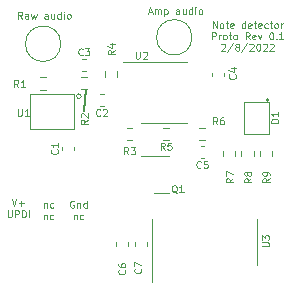
<source format=gbr>
%TF.GenerationSoftware,KiCad,Pcbnew,(6.0.1)*%
%TF.CreationDate,2022-02-08T09:51:35-07:00*%
%TF.ProjectId,NoteDetector,4e6f7465-4465-4746-9563-746f722e6b69,rev?*%
%TF.SameCoordinates,Original*%
%TF.FileFunction,Legend,Top*%
%TF.FilePolarity,Positive*%
%FSLAX46Y46*%
G04 Gerber Fmt 4.6, Leading zero omitted, Abs format (unit mm)*
G04 Created by KiCad (PCBNEW (6.0.1)) date 2022-02-08 09:51:35*
%MOMM*%
%LPD*%
G01*
G04 APERTURE LIST*
%ADD10C,0.100000*%
%ADD11C,0.150000*%
%ADD12C,0.120000*%
G04 APERTURE END LIST*
D10*
X18257142Y-2605428D02*
X18257142Y-2005428D01*
X18600000Y-2605428D01*
X18600000Y-2005428D01*
X18971428Y-2605428D02*
X18914285Y-2576857D01*
X18885714Y-2548285D01*
X18857142Y-2491142D01*
X18857142Y-2319714D01*
X18885714Y-2262571D01*
X18914285Y-2234000D01*
X18971428Y-2205428D01*
X19057142Y-2205428D01*
X19114285Y-2234000D01*
X19142857Y-2262571D01*
X19171428Y-2319714D01*
X19171428Y-2491142D01*
X19142857Y-2548285D01*
X19114285Y-2576857D01*
X19057142Y-2605428D01*
X18971428Y-2605428D01*
X19342857Y-2205428D02*
X19571428Y-2205428D01*
X19428571Y-2005428D02*
X19428571Y-2519714D01*
X19457142Y-2576857D01*
X19514285Y-2605428D01*
X19571428Y-2605428D01*
X20000000Y-2576857D02*
X19942857Y-2605428D01*
X19828571Y-2605428D01*
X19771428Y-2576857D01*
X19742857Y-2519714D01*
X19742857Y-2291142D01*
X19771428Y-2234000D01*
X19828571Y-2205428D01*
X19942857Y-2205428D01*
X20000000Y-2234000D01*
X20028571Y-2291142D01*
X20028571Y-2348285D01*
X19742857Y-2405428D01*
X21000000Y-2605428D02*
X21000000Y-2005428D01*
X21000000Y-2576857D02*
X20942857Y-2605428D01*
X20828571Y-2605428D01*
X20771428Y-2576857D01*
X20742857Y-2548285D01*
X20714285Y-2491142D01*
X20714285Y-2319714D01*
X20742857Y-2262571D01*
X20771428Y-2234000D01*
X20828571Y-2205428D01*
X20942857Y-2205428D01*
X21000000Y-2234000D01*
X21514285Y-2576857D02*
X21457142Y-2605428D01*
X21342857Y-2605428D01*
X21285714Y-2576857D01*
X21257142Y-2519714D01*
X21257142Y-2291142D01*
X21285714Y-2234000D01*
X21342857Y-2205428D01*
X21457142Y-2205428D01*
X21514285Y-2234000D01*
X21542857Y-2291142D01*
X21542857Y-2348285D01*
X21257142Y-2405428D01*
X21714285Y-2205428D02*
X21942857Y-2205428D01*
X21800000Y-2005428D02*
X21800000Y-2519714D01*
X21828571Y-2576857D01*
X21885714Y-2605428D01*
X21942857Y-2605428D01*
X22371428Y-2576857D02*
X22314285Y-2605428D01*
X22200000Y-2605428D01*
X22142857Y-2576857D01*
X22114285Y-2519714D01*
X22114285Y-2291142D01*
X22142857Y-2234000D01*
X22200000Y-2205428D01*
X22314285Y-2205428D01*
X22371428Y-2234000D01*
X22400000Y-2291142D01*
X22400000Y-2348285D01*
X22114285Y-2405428D01*
X22914285Y-2576857D02*
X22857142Y-2605428D01*
X22742857Y-2605428D01*
X22685714Y-2576857D01*
X22657142Y-2548285D01*
X22628571Y-2491142D01*
X22628571Y-2319714D01*
X22657142Y-2262571D01*
X22685714Y-2234000D01*
X22742857Y-2205428D01*
X22857142Y-2205428D01*
X22914285Y-2234000D01*
X23085714Y-2205428D02*
X23314285Y-2205428D01*
X23171428Y-2005428D02*
X23171428Y-2519714D01*
X23200000Y-2576857D01*
X23257142Y-2605428D01*
X23314285Y-2605428D01*
X23600000Y-2605428D02*
X23542857Y-2576857D01*
X23514285Y-2548285D01*
X23485714Y-2491142D01*
X23485714Y-2319714D01*
X23514285Y-2262571D01*
X23542857Y-2234000D01*
X23600000Y-2205428D01*
X23685714Y-2205428D01*
X23742857Y-2234000D01*
X23771428Y-2262571D01*
X23800000Y-2319714D01*
X23800000Y-2491142D01*
X23771428Y-2548285D01*
X23742857Y-2576857D01*
X23685714Y-2605428D01*
X23600000Y-2605428D01*
X24057142Y-2605428D02*
X24057142Y-2205428D01*
X24057142Y-2319714D02*
X24085714Y-2262571D01*
X24114285Y-2234000D01*
X24171428Y-2205428D01*
X24228571Y-2205428D01*
X18185714Y-3571428D02*
X18185714Y-2971428D01*
X18414285Y-2971428D01*
X18471428Y-3000000D01*
X18500000Y-3028571D01*
X18528571Y-3085714D01*
X18528571Y-3171428D01*
X18500000Y-3228571D01*
X18471428Y-3257142D01*
X18414285Y-3285714D01*
X18185714Y-3285714D01*
X18785714Y-3571428D02*
X18785714Y-3171428D01*
X18785714Y-3285714D02*
X18814285Y-3228571D01*
X18842857Y-3200000D01*
X18900000Y-3171428D01*
X18957142Y-3171428D01*
X19242857Y-3571428D02*
X19185714Y-3542857D01*
X19157142Y-3514285D01*
X19128571Y-3457142D01*
X19128571Y-3285714D01*
X19157142Y-3228571D01*
X19185714Y-3200000D01*
X19242857Y-3171428D01*
X19328571Y-3171428D01*
X19385714Y-3200000D01*
X19414285Y-3228571D01*
X19442857Y-3285714D01*
X19442857Y-3457142D01*
X19414285Y-3514285D01*
X19385714Y-3542857D01*
X19328571Y-3571428D01*
X19242857Y-3571428D01*
X19614285Y-3171428D02*
X19842857Y-3171428D01*
X19700000Y-2971428D02*
X19700000Y-3485714D01*
X19728571Y-3542857D01*
X19785714Y-3571428D01*
X19842857Y-3571428D01*
X20128571Y-3571428D02*
X20071428Y-3542857D01*
X20042857Y-3514285D01*
X20014285Y-3457142D01*
X20014285Y-3285714D01*
X20042857Y-3228571D01*
X20071428Y-3200000D01*
X20128571Y-3171428D01*
X20214285Y-3171428D01*
X20271428Y-3200000D01*
X20300000Y-3228571D01*
X20328571Y-3285714D01*
X20328571Y-3457142D01*
X20300000Y-3514285D01*
X20271428Y-3542857D01*
X20214285Y-3571428D01*
X20128571Y-3571428D01*
X21385714Y-3571428D02*
X21185714Y-3285714D01*
X21042857Y-3571428D02*
X21042857Y-2971428D01*
X21271428Y-2971428D01*
X21328571Y-3000000D01*
X21357142Y-3028571D01*
X21385714Y-3085714D01*
X21385714Y-3171428D01*
X21357142Y-3228571D01*
X21328571Y-3257142D01*
X21271428Y-3285714D01*
X21042857Y-3285714D01*
X21871428Y-3542857D02*
X21814285Y-3571428D01*
X21700000Y-3571428D01*
X21642857Y-3542857D01*
X21614285Y-3485714D01*
X21614285Y-3257142D01*
X21642857Y-3200000D01*
X21700000Y-3171428D01*
X21814285Y-3171428D01*
X21871428Y-3200000D01*
X21900000Y-3257142D01*
X21900000Y-3314285D01*
X21614285Y-3371428D01*
X22100000Y-3171428D02*
X22242857Y-3571428D01*
X22385714Y-3171428D01*
X23185714Y-2971428D02*
X23242857Y-2971428D01*
X23300000Y-3000000D01*
X23328571Y-3028571D01*
X23357142Y-3085714D01*
X23385714Y-3200000D01*
X23385714Y-3342857D01*
X23357142Y-3457142D01*
X23328571Y-3514285D01*
X23300000Y-3542857D01*
X23242857Y-3571428D01*
X23185714Y-3571428D01*
X23128571Y-3542857D01*
X23100000Y-3514285D01*
X23071428Y-3457142D01*
X23042857Y-3342857D01*
X23042857Y-3200000D01*
X23071428Y-3085714D01*
X23100000Y-3028571D01*
X23128571Y-3000000D01*
X23185714Y-2971428D01*
X23642857Y-3514285D02*
X23671428Y-3542857D01*
X23642857Y-3571428D01*
X23614285Y-3542857D01*
X23642857Y-3514285D01*
X23642857Y-3571428D01*
X24242857Y-3571428D02*
X23900000Y-3571428D01*
X24071428Y-3571428D02*
X24071428Y-2971428D01*
X24014285Y-3057142D01*
X23957142Y-3114285D01*
X23900000Y-3142857D01*
X18971428Y-3994571D02*
X19000000Y-3966000D01*
X19057142Y-3937428D01*
X19200000Y-3937428D01*
X19257142Y-3966000D01*
X19285714Y-3994571D01*
X19314285Y-4051714D01*
X19314285Y-4108857D01*
X19285714Y-4194571D01*
X18942857Y-4537428D01*
X19314285Y-4537428D01*
X20000000Y-3908857D02*
X19485714Y-4680285D01*
X20285714Y-4194571D02*
X20228571Y-4166000D01*
X20200000Y-4137428D01*
X20171428Y-4080285D01*
X20171428Y-4051714D01*
X20200000Y-3994571D01*
X20228571Y-3966000D01*
X20285714Y-3937428D01*
X20400000Y-3937428D01*
X20457142Y-3966000D01*
X20485714Y-3994571D01*
X20514285Y-4051714D01*
X20514285Y-4080285D01*
X20485714Y-4137428D01*
X20457142Y-4166000D01*
X20400000Y-4194571D01*
X20285714Y-4194571D01*
X20228571Y-4223142D01*
X20200000Y-4251714D01*
X20171428Y-4308857D01*
X20171428Y-4423142D01*
X20200000Y-4480285D01*
X20228571Y-4508857D01*
X20285714Y-4537428D01*
X20400000Y-4537428D01*
X20457142Y-4508857D01*
X20485714Y-4480285D01*
X20514285Y-4423142D01*
X20514285Y-4308857D01*
X20485714Y-4251714D01*
X20457142Y-4223142D01*
X20400000Y-4194571D01*
X21200000Y-3908857D02*
X20685714Y-4680285D01*
X21371428Y-3994571D02*
X21400000Y-3966000D01*
X21457142Y-3937428D01*
X21600000Y-3937428D01*
X21657142Y-3966000D01*
X21685714Y-3994571D01*
X21714285Y-4051714D01*
X21714285Y-4108857D01*
X21685714Y-4194571D01*
X21342857Y-4537428D01*
X21714285Y-4537428D01*
X22085714Y-3937428D02*
X22142857Y-3937428D01*
X22200000Y-3966000D01*
X22228571Y-3994571D01*
X22257142Y-4051714D01*
X22285714Y-4166000D01*
X22285714Y-4308857D01*
X22257142Y-4423142D01*
X22228571Y-4480285D01*
X22200000Y-4508857D01*
X22142857Y-4537428D01*
X22085714Y-4537428D01*
X22028571Y-4508857D01*
X22000000Y-4480285D01*
X21971428Y-4423142D01*
X21942857Y-4308857D01*
X21942857Y-4166000D01*
X21971428Y-4051714D01*
X22000000Y-3994571D01*
X22028571Y-3966000D01*
X22085714Y-3937428D01*
X22514285Y-3994571D02*
X22542857Y-3966000D01*
X22600000Y-3937428D01*
X22742857Y-3937428D01*
X22800000Y-3966000D01*
X22828571Y-3994571D01*
X22857142Y-4051714D01*
X22857142Y-4108857D01*
X22828571Y-4194571D01*
X22485714Y-4537428D01*
X22857142Y-4537428D01*
X23085714Y-3994571D02*
X23114285Y-3966000D01*
X23171428Y-3937428D01*
X23314285Y-3937428D01*
X23371428Y-3966000D01*
X23400000Y-3994571D01*
X23428571Y-4051714D01*
X23428571Y-4108857D01*
X23400000Y-4194571D01*
X23057142Y-4537428D01*
X23428571Y-4537428D01*
D11*
X7400000Y-9650000D02*
X7500000Y-7800000D01*
D10*
X6514285Y-17267000D02*
X6457142Y-17238428D01*
X6371428Y-17238428D01*
X6285714Y-17267000D01*
X6228571Y-17324142D01*
X6200000Y-17381285D01*
X6171428Y-17495571D01*
X6171428Y-17581285D01*
X6200000Y-17695571D01*
X6228571Y-17752714D01*
X6285714Y-17809857D01*
X6371428Y-17838428D01*
X6428571Y-17838428D01*
X6514285Y-17809857D01*
X6542857Y-17781285D01*
X6542857Y-17581285D01*
X6428571Y-17581285D01*
X6800000Y-17438428D02*
X6800000Y-17838428D01*
X6800000Y-17495571D02*
X6828571Y-17467000D01*
X6885714Y-17438428D01*
X6971428Y-17438428D01*
X7028571Y-17467000D01*
X7057142Y-17524142D01*
X7057142Y-17838428D01*
X7600000Y-17838428D02*
X7600000Y-17238428D01*
X7600000Y-17809857D02*
X7542857Y-17838428D01*
X7428571Y-17838428D01*
X7371428Y-17809857D01*
X7342857Y-17781285D01*
X7314285Y-17724142D01*
X7314285Y-17552714D01*
X7342857Y-17495571D01*
X7371428Y-17467000D01*
X7428571Y-17438428D01*
X7542857Y-17438428D01*
X7600000Y-17467000D01*
X6514285Y-18404428D02*
X6514285Y-18804428D01*
X6514285Y-18461571D02*
X6542857Y-18433000D01*
X6600000Y-18404428D01*
X6685714Y-18404428D01*
X6742857Y-18433000D01*
X6771428Y-18490142D01*
X6771428Y-18804428D01*
X7314285Y-18775857D02*
X7257142Y-18804428D01*
X7142857Y-18804428D01*
X7085714Y-18775857D01*
X7057142Y-18747285D01*
X7028571Y-18690142D01*
X7028571Y-18518714D01*
X7057142Y-18461571D01*
X7085714Y-18433000D01*
X7142857Y-18404428D01*
X7257142Y-18404428D01*
X7314285Y-18433000D01*
X3964285Y-17438428D02*
X3964285Y-17838428D01*
X3964285Y-17495571D02*
X3992857Y-17467000D01*
X4050000Y-17438428D01*
X4135714Y-17438428D01*
X4192857Y-17467000D01*
X4221428Y-17524142D01*
X4221428Y-17838428D01*
X4764285Y-17809857D02*
X4707142Y-17838428D01*
X4592857Y-17838428D01*
X4535714Y-17809857D01*
X4507142Y-17781285D01*
X4478571Y-17724142D01*
X4478571Y-17552714D01*
X4507142Y-17495571D01*
X4535714Y-17467000D01*
X4592857Y-17438428D01*
X4707142Y-17438428D01*
X4764285Y-17467000D01*
X3964285Y-18404428D02*
X3964285Y-18804428D01*
X3964285Y-18461571D02*
X3992857Y-18433000D01*
X4050000Y-18404428D01*
X4135714Y-18404428D01*
X4192857Y-18433000D01*
X4221428Y-18490142D01*
X4221428Y-18804428D01*
X4764285Y-18775857D02*
X4707142Y-18804428D01*
X4592857Y-18804428D01*
X4535714Y-18775857D01*
X4507142Y-18747285D01*
X4478571Y-18690142D01*
X4478571Y-18518714D01*
X4507142Y-18461571D01*
X4535714Y-18433000D01*
X4592857Y-18404428D01*
X4707142Y-18404428D01*
X4764285Y-18433000D01*
X1228571Y-17088428D02*
X1428571Y-17688428D01*
X1628571Y-17088428D01*
X1828571Y-17459857D02*
X2285714Y-17459857D01*
X2057142Y-17688428D02*
X2057142Y-17231285D01*
X885714Y-18054428D02*
X885714Y-18540142D01*
X914285Y-18597285D01*
X942857Y-18625857D01*
X1000000Y-18654428D01*
X1114285Y-18654428D01*
X1171428Y-18625857D01*
X1200000Y-18597285D01*
X1228571Y-18540142D01*
X1228571Y-18054428D01*
X1514285Y-18654428D02*
X1514285Y-18054428D01*
X1742857Y-18054428D01*
X1800000Y-18083000D01*
X1828571Y-18111571D01*
X1857142Y-18168714D01*
X1857142Y-18254428D01*
X1828571Y-18311571D01*
X1800000Y-18340142D01*
X1742857Y-18368714D01*
X1514285Y-18368714D01*
X2114285Y-18654428D02*
X2114285Y-18054428D01*
X2257142Y-18054428D01*
X2342857Y-18083000D01*
X2400000Y-18140142D01*
X2428571Y-18197285D01*
X2457142Y-18311571D01*
X2457142Y-18397285D01*
X2428571Y-18511571D01*
X2400000Y-18568714D01*
X2342857Y-18625857D01*
X2257142Y-18654428D01*
X2114285Y-18654428D01*
X2714285Y-18654428D02*
X2714285Y-18054428D01*
X12828571Y-1250000D02*
X13114285Y-1250000D01*
X12771428Y-1421428D02*
X12971428Y-821428D01*
X13171428Y-1421428D01*
X13371428Y-1421428D02*
X13371428Y-1021428D01*
X13371428Y-1078571D02*
X13400000Y-1050000D01*
X13457142Y-1021428D01*
X13542857Y-1021428D01*
X13600000Y-1050000D01*
X13628571Y-1107142D01*
X13628571Y-1421428D01*
X13628571Y-1107142D02*
X13657142Y-1050000D01*
X13714285Y-1021428D01*
X13800000Y-1021428D01*
X13857142Y-1050000D01*
X13885714Y-1107142D01*
X13885714Y-1421428D01*
X14171428Y-1021428D02*
X14171428Y-1621428D01*
X14171428Y-1050000D02*
X14228571Y-1021428D01*
X14342857Y-1021428D01*
X14400000Y-1050000D01*
X14428571Y-1078571D01*
X14457142Y-1135714D01*
X14457142Y-1307142D01*
X14428571Y-1364285D01*
X14400000Y-1392857D01*
X14342857Y-1421428D01*
X14228571Y-1421428D01*
X14171428Y-1392857D01*
X15428571Y-1421428D02*
X15428571Y-1107142D01*
X15400000Y-1050000D01*
X15342857Y-1021428D01*
X15228571Y-1021428D01*
X15171428Y-1050000D01*
X15428571Y-1392857D02*
X15371428Y-1421428D01*
X15228571Y-1421428D01*
X15171428Y-1392857D01*
X15142857Y-1335714D01*
X15142857Y-1278571D01*
X15171428Y-1221428D01*
X15228571Y-1192857D01*
X15371428Y-1192857D01*
X15428571Y-1164285D01*
X15971428Y-1021428D02*
X15971428Y-1421428D01*
X15714285Y-1021428D02*
X15714285Y-1335714D01*
X15742857Y-1392857D01*
X15800000Y-1421428D01*
X15885714Y-1421428D01*
X15942857Y-1392857D01*
X15971428Y-1364285D01*
X16514285Y-1421428D02*
X16514285Y-821428D01*
X16514285Y-1392857D02*
X16457142Y-1421428D01*
X16342857Y-1421428D01*
X16285714Y-1392857D01*
X16257142Y-1364285D01*
X16228571Y-1307142D01*
X16228571Y-1135714D01*
X16257142Y-1078571D01*
X16285714Y-1050000D01*
X16342857Y-1021428D01*
X16457142Y-1021428D01*
X16514285Y-1050000D01*
X16800000Y-1421428D02*
X16800000Y-1021428D01*
X16800000Y-821428D02*
X16771428Y-850000D01*
X16800000Y-878571D01*
X16828571Y-850000D01*
X16800000Y-821428D01*
X16800000Y-878571D01*
X17171428Y-1421428D02*
X17114285Y-1392857D01*
X17085714Y-1364285D01*
X17057142Y-1307142D01*
X17057142Y-1135714D01*
X17085714Y-1078571D01*
X17114285Y-1050000D01*
X17171428Y-1021428D01*
X17257142Y-1021428D01*
X17314285Y-1050000D01*
X17342857Y-1078571D01*
X17371428Y-1135714D01*
X17371428Y-1307142D01*
X17342857Y-1364285D01*
X17314285Y-1392857D01*
X17257142Y-1421428D01*
X17171428Y-1421428D01*
X2142857Y-1821428D02*
X1942857Y-1535714D01*
X1799999Y-1821428D02*
X1799999Y-1221428D01*
X2028571Y-1221428D01*
X2085714Y-1250000D01*
X2114285Y-1278571D01*
X2142857Y-1335714D01*
X2142857Y-1421428D01*
X2114285Y-1478571D01*
X2085714Y-1507142D01*
X2028571Y-1535714D01*
X1799999Y-1535714D01*
X2657142Y-1821428D02*
X2657142Y-1507142D01*
X2628571Y-1450000D01*
X2571428Y-1421428D01*
X2457142Y-1421428D01*
X2399999Y-1450000D01*
X2657142Y-1792857D02*
X2599999Y-1821428D01*
X2457142Y-1821428D01*
X2399999Y-1792857D01*
X2371428Y-1735714D01*
X2371428Y-1678571D01*
X2399999Y-1621428D01*
X2457142Y-1592857D01*
X2599999Y-1592857D01*
X2657142Y-1564285D01*
X2885714Y-1421428D02*
X2999999Y-1821428D01*
X3114285Y-1535714D01*
X3228571Y-1821428D01*
X3342857Y-1421428D01*
X4285714Y-1821428D02*
X4285714Y-1507142D01*
X4257142Y-1450000D01*
X4200000Y-1421428D01*
X4085714Y-1421428D01*
X4028571Y-1450000D01*
X4285714Y-1792857D02*
X4228571Y-1821428D01*
X4085714Y-1821428D01*
X4028571Y-1792857D01*
X3999999Y-1735714D01*
X3999999Y-1678571D01*
X4028571Y-1621428D01*
X4085714Y-1592857D01*
X4228571Y-1592857D01*
X4285714Y-1564285D01*
X4828571Y-1421428D02*
X4828571Y-1821428D01*
X4571428Y-1421428D02*
X4571428Y-1735714D01*
X4600000Y-1792857D01*
X4657142Y-1821428D01*
X4742857Y-1821428D01*
X4800000Y-1792857D01*
X4828571Y-1764285D01*
X5371428Y-1821428D02*
X5371428Y-1221428D01*
X5371428Y-1792857D02*
X5314285Y-1821428D01*
X5200000Y-1821428D01*
X5142857Y-1792857D01*
X5114285Y-1764285D01*
X5085714Y-1707142D01*
X5085714Y-1535714D01*
X5114285Y-1478571D01*
X5142857Y-1450000D01*
X5200000Y-1421428D01*
X5314285Y-1421428D01*
X5371428Y-1450000D01*
X5657142Y-1821428D02*
X5657142Y-1421428D01*
X5657142Y-1221428D02*
X5628571Y-1250000D01*
X5657142Y-1278571D01*
X5685714Y-1250000D01*
X5657142Y-1221428D01*
X5657142Y-1278571D01*
X6028571Y-1821428D02*
X5971428Y-1792857D01*
X5942857Y-1764285D01*
X5914285Y-1707142D01*
X5914285Y-1535714D01*
X5942857Y-1478571D01*
X5971428Y-1450000D01*
X6028571Y-1421428D01*
X6114285Y-1421428D01*
X6171428Y-1450000D01*
X6200000Y-1478571D01*
X6228571Y-1535714D01*
X6228571Y-1707142D01*
X6200000Y-1764285D01*
X6171428Y-1792857D01*
X6114285Y-1821428D01*
X6028571Y-1821428D01*
%TO.C,C6*%
X10814285Y-23100000D02*
X10842857Y-23128571D01*
X10871428Y-23214285D01*
X10871428Y-23271428D01*
X10842857Y-23357142D01*
X10785714Y-23414285D01*
X10728571Y-23442857D01*
X10614285Y-23471428D01*
X10528571Y-23471428D01*
X10414285Y-23442857D01*
X10357142Y-23414285D01*
X10300000Y-23357142D01*
X10271428Y-23271428D01*
X10271428Y-23214285D01*
X10300000Y-23128571D01*
X10328571Y-23100000D01*
X10271428Y-22585714D02*
X10271428Y-22700000D01*
X10300000Y-22757142D01*
X10328571Y-22785714D01*
X10414285Y-22842857D01*
X10528571Y-22871428D01*
X10757142Y-22871428D01*
X10814285Y-22842857D01*
X10842857Y-22814285D01*
X10871428Y-22757142D01*
X10871428Y-22642857D01*
X10842857Y-22585714D01*
X10814285Y-22557142D01*
X10757142Y-22528571D01*
X10614285Y-22528571D01*
X10557142Y-22557142D01*
X10528571Y-22585714D01*
X10500000Y-22642857D01*
X10500000Y-22757142D01*
X10528571Y-22814285D01*
X10557142Y-22842857D01*
X10614285Y-22871428D01*
%TO.C,R3*%
X11100000Y-13301428D02*
X10900000Y-13015714D01*
X10757142Y-13301428D02*
X10757142Y-12701428D01*
X10985714Y-12701428D01*
X11042857Y-12730000D01*
X11071428Y-12758571D01*
X11100000Y-12815714D01*
X11100000Y-12901428D01*
X11071428Y-12958571D01*
X11042857Y-12987142D01*
X10985714Y-13015714D01*
X10757142Y-13015714D01*
X11300000Y-12701428D02*
X11671428Y-12701428D01*
X11471428Y-12930000D01*
X11557142Y-12930000D01*
X11614285Y-12958571D01*
X11642857Y-12987142D01*
X11671428Y-13044285D01*
X11671428Y-13187142D01*
X11642857Y-13244285D01*
X11614285Y-13272857D01*
X11557142Y-13301428D01*
X11385714Y-13301428D01*
X11328571Y-13272857D01*
X11300000Y-13244285D01*
%TO.C,C7*%
X12164285Y-23000000D02*
X12192857Y-23028571D01*
X12221428Y-23114285D01*
X12221428Y-23171428D01*
X12192857Y-23257142D01*
X12135714Y-23314285D01*
X12078571Y-23342857D01*
X11964285Y-23371428D01*
X11878571Y-23371428D01*
X11764285Y-23342857D01*
X11707142Y-23314285D01*
X11650000Y-23257142D01*
X11621428Y-23171428D01*
X11621428Y-23114285D01*
X11650000Y-23028571D01*
X11678571Y-23000000D01*
X11621428Y-22800000D02*
X11621428Y-22400000D01*
X12221428Y-22657142D01*
%TO.C,R9*%
X23071428Y-15350000D02*
X22785714Y-15550000D01*
X23071428Y-15692857D02*
X22471428Y-15692857D01*
X22471428Y-15464285D01*
X22500000Y-15407142D01*
X22528571Y-15378571D01*
X22585714Y-15350000D01*
X22671428Y-15350000D01*
X22728571Y-15378571D01*
X22757142Y-15407142D01*
X22785714Y-15464285D01*
X22785714Y-15692857D01*
X23071428Y-15064285D02*
X23071428Y-14950000D01*
X23042857Y-14892857D01*
X23014285Y-14864285D01*
X22928571Y-14807142D01*
X22814285Y-14778571D01*
X22585714Y-14778571D01*
X22528571Y-14807142D01*
X22500000Y-14835714D01*
X22471428Y-14892857D01*
X22471428Y-15007142D01*
X22500000Y-15064285D01*
X22528571Y-15092857D01*
X22585714Y-15121428D01*
X22728571Y-15121428D01*
X22785714Y-15092857D01*
X22814285Y-15064285D01*
X22842857Y-15007142D01*
X22842857Y-14892857D01*
X22814285Y-14835714D01*
X22785714Y-14807142D01*
X22728571Y-14778571D01*
%TO.C,C4*%
X20164285Y-6550000D02*
X20192857Y-6578571D01*
X20221428Y-6664285D01*
X20221428Y-6721428D01*
X20192857Y-6807142D01*
X20135714Y-6864285D01*
X20078571Y-6892857D01*
X19964285Y-6921428D01*
X19878571Y-6921428D01*
X19764285Y-6892857D01*
X19707142Y-6864285D01*
X19650000Y-6807142D01*
X19621428Y-6721428D01*
X19621428Y-6664285D01*
X19650000Y-6578571D01*
X19678571Y-6550000D01*
X19821428Y-6035714D02*
X20221428Y-6035714D01*
X19592857Y-6178571D02*
X20021428Y-6321428D01*
X20021428Y-5950000D01*
%TO.C,U1*%
X1742857Y-9471428D02*
X1742857Y-9957142D01*
X1771428Y-10014285D01*
X1800000Y-10042857D01*
X1857142Y-10071428D01*
X1971428Y-10071428D01*
X2028571Y-10042857D01*
X2057142Y-10014285D01*
X2085714Y-9957142D01*
X2085714Y-9471428D01*
X2685714Y-10071428D02*
X2342857Y-10071428D01*
X2514285Y-10071428D02*
X2514285Y-9471428D01*
X2457142Y-9557142D01*
X2400000Y-9614285D01*
X2342857Y-9642857D01*
%TO.C,R7*%
X19971428Y-15350000D02*
X19685714Y-15550000D01*
X19971428Y-15692857D02*
X19371428Y-15692857D01*
X19371428Y-15464285D01*
X19400000Y-15407142D01*
X19428571Y-15378571D01*
X19485714Y-15350000D01*
X19571428Y-15350000D01*
X19628571Y-15378571D01*
X19657142Y-15407142D01*
X19685714Y-15464285D01*
X19685714Y-15692857D01*
X19371428Y-15150000D02*
X19371428Y-14750000D01*
X19971428Y-15007142D01*
%TO.C,C3*%
X7250000Y-4864285D02*
X7221428Y-4892857D01*
X7135714Y-4921428D01*
X7078571Y-4921428D01*
X6992857Y-4892857D01*
X6935714Y-4835714D01*
X6907142Y-4778571D01*
X6878571Y-4664285D01*
X6878571Y-4578571D01*
X6907142Y-4464285D01*
X6935714Y-4407142D01*
X6992857Y-4350000D01*
X7078571Y-4321428D01*
X7135714Y-4321428D01*
X7221428Y-4350000D01*
X7250000Y-4378571D01*
X7450000Y-4321428D02*
X7821428Y-4321428D01*
X7621428Y-4550000D01*
X7707142Y-4550000D01*
X7764285Y-4578571D01*
X7792857Y-4607142D01*
X7821428Y-4664285D01*
X7821428Y-4807142D01*
X7792857Y-4864285D01*
X7764285Y-4892857D01*
X7707142Y-4921428D01*
X7535714Y-4921428D01*
X7478571Y-4892857D01*
X7450000Y-4864285D01*
%TO.C,C1*%
X5114285Y-12900000D02*
X5142857Y-12928571D01*
X5171428Y-13014285D01*
X5171428Y-13071428D01*
X5142857Y-13157142D01*
X5085714Y-13214285D01*
X5028571Y-13242857D01*
X4914285Y-13271428D01*
X4828571Y-13271428D01*
X4714285Y-13242857D01*
X4657142Y-13214285D01*
X4600000Y-13157142D01*
X4571428Y-13071428D01*
X4571428Y-13014285D01*
X4600000Y-12928571D01*
X4628571Y-12900000D01*
X5171428Y-12328571D02*
X5171428Y-12671428D01*
X5171428Y-12500000D02*
X4571428Y-12500000D01*
X4657142Y-12557142D01*
X4714285Y-12614285D01*
X4742857Y-12671428D01*
%TO.C,R4*%
X9971428Y-4500000D02*
X9685714Y-4700000D01*
X9971428Y-4842857D02*
X9371428Y-4842857D01*
X9371428Y-4614285D01*
X9400000Y-4557142D01*
X9428571Y-4528571D01*
X9485714Y-4500000D01*
X9571428Y-4500000D01*
X9628571Y-4528571D01*
X9657142Y-4557142D01*
X9685714Y-4614285D01*
X9685714Y-4842857D01*
X9571428Y-3985714D02*
X9971428Y-3985714D01*
X9342857Y-4128571D02*
X9771428Y-4271428D01*
X9771428Y-3900000D01*
%TO.C,Q1*%
X15242857Y-16578571D02*
X15185714Y-16550000D01*
X15128571Y-16492857D01*
X15042857Y-16407142D01*
X14985714Y-16378571D01*
X14928571Y-16378571D01*
X14957142Y-16521428D02*
X14900000Y-16492857D01*
X14842857Y-16435714D01*
X14814285Y-16321428D01*
X14814285Y-16121428D01*
X14842857Y-16007142D01*
X14900000Y-15950000D01*
X14957142Y-15921428D01*
X15071428Y-15921428D01*
X15128571Y-15950000D01*
X15185714Y-16007142D01*
X15214285Y-16121428D01*
X15214285Y-16321428D01*
X15185714Y-16435714D01*
X15128571Y-16492857D01*
X15071428Y-16521428D01*
X14957142Y-16521428D01*
X15785714Y-16521428D02*
X15442857Y-16521428D01*
X15614285Y-16521428D02*
X15614285Y-15921428D01*
X15557142Y-16007142D01*
X15500000Y-16064285D01*
X15442857Y-16092857D01*
%TO.C,R8*%
X21521428Y-15350000D02*
X21235714Y-15550000D01*
X21521428Y-15692857D02*
X20921428Y-15692857D01*
X20921428Y-15464285D01*
X20950000Y-15407142D01*
X20978571Y-15378571D01*
X21035714Y-15350000D01*
X21121428Y-15350000D01*
X21178571Y-15378571D01*
X21207142Y-15407142D01*
X21235714Y-15464285D01*
X21235714Y-15692857D01*
X21178571Y-15007142D02*
X21150000Y-15064285D01*
X21121428Y-15092857D01*
X21064285Y-15121428D01*
X21035714Y-15121428D01*
X20978571Y-15092857D01*
X20950000Y-15064285D01*
X20921428Y-15007142D01*
X20921428Y-14892857D01*
X20950000Y-14835714D01*
X20978571Y-14807142D01*
X21035714Y-14778571D01*
X21064285Y-14778571D01*
X21121428Y-14807142D01*
X21150000Y-14835714D01*
X21178571Y-14892857D01*
X21178571Y-15007142D01*
X21207142Y-15064285D01*
X21235714Y-15092857D01*
X21292857Y-15121428D01*
X21407142Y-15121428D01*
X21464285Y-15092857D01*
X21492857Y-15064285D01*
X21521428Y-15007142D01*
X21521428Y-14892857D01*
X21492857Y-14835714D01*
X21464285Y-14807142D01*
X21407142Y-14778571D01*
X21292857Y-14778571D01*
X21235714Y-14807142D01*
X21207142Y-14835714D01*
X21178571Y-14892857D01*
%TO.C,R2*%
X7671428Y-10400000D02*
X7385714Y-10600000D01*
X7671428Y-10742857D02*
X7071428Y-10742857D01*
X7071428Y-10514285D01*
X7100000Y-10457142D01*
X7128571Y-10428571D01*
X7185714Y-10400000D01*
X7271428Y-10400000D01*
X7328571Y-10428571D01*
X7357142Y-10457142D01*
X7385714Y-10514285D01*
X7385714Y-10742857D01*
X7128571Y-10171428D02*
X7100000Y-10142857D01*
X7071428Y-10085714D01*
X7071428Y-9942857D01*
X7100000Y-9885714D01*
X7128571Y-9857142D01*
X7185714Y-9828571D01*
X7242857Y-9828571D01*
X7328571Y-9857142D01*
X7671428Y-10200000D01*
X7671428Y-9828571D01*
%TO.C,D1*%
X23821428Y-10642857D02*
X23221428Y-10642857D01*
X23221428Y-10500000D01*
X23250000Y-10414285D01*
X23307142Y-10357142D01*
X23364285Y-10328571D01*
X23478571Y-10300000D01*
X23564285Y-10300000D01*
X23678571Y-10328571D01*
X23735714Y-10357142D01*
X23792857Y-10414285D01*
X23821428Y-10500000D01*
X23821428Y-10642857D01*
X23821428Y-9728571D02*
X23821428Y-10071428D01*
X23821428Y-9900000D02*
X23221428Y-9900000D01*
X23307142Y-9957142D01*
X23364285Y-10014285D01*
X23392857Y-10071428D01*
%TO.C,R6*%
X18650000Y-10771428D02*
X18450000Y-10485714D01*
X18307142Y-10771428D02*
X18307142Y-10171428D01*
X18535714Y-10171428D01*
X18592857Y-10200000D01*
X18621428Y-10228571D01*
X18650000Y-10285714D01*
X18650000Y-10371428D01*
X18621428Y-10428571D01*
X18592857Y-10457142D01*
X18535714Y-10485714D01*
X18307142Y-10485714D01*
X19164285Y-10171428D02*
X19050000Y-10171428D01*
X18992857Y-10200000D01*
X18964285Y-10228571D01*
X18907142Y-10314285D01*
X18878571Y-10428571D01*
X18878571Y-10657142D01*
X18907142Y-10714285D01*
X18935714Y-10742857D01*
X18992857Y-10771428D01*
X19107142Y-10771428D01*
X19164285Y-10742857D01*
X19192857Y-10714285D01*
X19221428Y-10657142D01*
X19221428Y-10514285D01*
X19192857Y-10457142D01*
X19164285Y-10428571D01*
X19107142Y-10400000D01*
X18992857Y-10400000D01*
X18935714Y-10428571D01*
X18907142Y-10457142D01*
X18878571Y-10514285D01*
%TO.C,U3*%
X22421428Y-21107142D02*
X22907142Y-21107142D01*
X22964285Y-21078571D01*
X22992857Y-21050000D01*
X23021428Y-20992857D01*
X23021428Y-20878571D01*
X22992857Y-20821428D01*
X22964285Y-20792857D01*
X22907142Y-20764285D01*
X22421428Y-20764285D01*
X22421428Y-20535714D02*
X22421428Y-20164285D01*
X22650000Y-20364285D01*
X22650000Y-20278571D01*
X22678571Y-20221428D01*
X22707142Y-20192857D01*
X22764285Y-20164285D01*
X22907142Y-20164285D01*
X22964285Y-20192857D01*
X22992857Y-20221428D01*
X23021428Y-20278571D01*
X23021428Y-20450000D01*
X22992857Y-20507142D01*
X22964285Y-20535714D01*
%TO.C,C2*%
X8750000Y-10014285D02*
X8721428Y-10042857D01*
X8635714Y-10071428D01*
X8578571Y-10071428D01*
X8492857Y-10042857D01*
X8435714Y-9985714D01*
X8407142Y-9928571D01*
X8378571Y-9814285D01*
X8378571Y-9728571D01*
X8407142Y-9614285D01*
X8435714Y-9557142D01*
X8492857Y-9500000D01*
X8578571Y-9471428D01*
X8635714Y-9471428D01*
X8721428Y-9500000D01*
X8750000Y-9528571D01*
X8978571Y-9528571D02*
X9007142Y-9500000D01*
X9064285Y-9471428D01*
X9207142Y-9471428D01*
X9264285Y-9500000D01*
X9292857Y-9528571D01*
X9321428Y-9585714D01*
X9321428Y-9642857D01*
X9292857Y-9728571D01*
X8950000Y-10071428D01*
X9321428Y-10071428D01*
%TO.C,C5*%
X17250000Y-14414285D02*
X17221428Y-14442857D01*
X17135714Y-14471428D01*
X17078571Y-14471428D01*
X16992857Y-14442857D01*
X16935714Y-14385714D01*
X16907142Y-14328571D01*
X16878571Y-14214285D01*
X16878571Y-14128571D01*
X16907142Y-14014285D01*
X16935714Y-13957142D01*
X16992857Y-13900000D01*
X17078571Y-13871428D01*
X17135714Y-13871428D01*
X17221428Y-13900000D01*
X17250000Y-13928571D01*
X17792857Y-13871428D02*
X17507142Y-13871428D01*
X17478571Y-14157142D01*
X17507142Y-14128571D01*
X17564285Y-14100000D01*
X17707142Y-14100000D01*
X17764285Y-14128571D01*
X17792857Y-14157142D01*
X17821428Y-14214285D01*
X17821428Y-14357142D01*
X17792857Y-14414285D01*
X17764285Y-14442857D01*
X17707142Y-14471428D01*
X17564285Y-14471428D01*
X17507142Y-14442857D01*
X17478571Y-14414285D01*
%TO.C,U2*%
X11742857Y-4621428D02*
X11742857Y-5107142D01*
X11771428Y-5164285D01*
X11800000Y-5192857D01*
X11857142Y-5221428D01*
X11971428Y-5221428D01*
X12028571Y-5192857D01*
X12057142Y-5164285D01*
X12085714Y-5107142D01*
X12085714Y-4621428D01*
X12342857Y-4678571D02*
X12371428Y-4650000D01*
X12428571Y-4621428D01*
X12571428Y-4621428D01*
X12628571Y-4650000D01*
X12657142Y-4678571D01*
X12685714Y-4735714D01*
X12685714Y-4792857D01*
X12657142Y-4878571D01*
X12314285Y-5221428D01*
X12685714Y-5221428D01*
%TO.C,R5*%
X14200000Y-12921428D02*
X14000000Y-12635714D01*
X13857142Y-12921428D02*
X13857142Y-12321428D01*
X14085714Y-12321428D01*
X14142857Y-12350000D01*
X14171428Y-12378571D01*
X14200000Y-12435714D01*
X14200000Y-12521428D01*
X14171428Y-12578571D01*
X14142857Y-12607142D01*
X14085714Y-12635714D01*
X13857142Y-12635714D01*
X14742857Y-12321428D02*
X14457142Y-12321428D01*
X14428571Y-12607142D01*
X14457142Y-12578571D01*
X14514285Y-12550000D01*
X14657142Y-12550000D01*
X14714285Y-12578571D01*
X14742857Y-12607142D01*
X14771428Y-12664285D01*
X14771428Y-12807142D01*
X14742857Y-12864285D01*
X14714285Y-12892857D01*
X14657142Y-12921428D01*
X14514285Y-12921428D01*
X14457142Y-12892857D01*
X14428571Y-12864285D01*
%TO.C,R1*%
X1800000Y-7621428D02*
X1600000Y-7335714D01*
X1457142Y-7621428D02*
X1457142Y-7021428D01*
X1685714Y-7021428D01*
X1742857Y-7050000D01*
X1771428Y-7078571D01*
X1800000Y-7135714D01*
X1800000Y-7221428D01*
X1771428Y-7278571D01*
X1742857Y-7307142D01*
X1685714Y-7335714D01*
X1457142Y-7335714D01*
X2371428Y-7621428D02*
X2028571Y-7621428D01*
X2200000Y-7621428D02*
X2200000Y-7021428D01*
X2142857Y-7107142D01*
X2085714Y-7164285D01*
X2028571Y-7192857D01*
D12*
%TO.C,C6*%
X10090000Y-21040580D02*
X10090000Y-20759420D01*
X11110000Y-21040580D02*
X11110000Y-20759420D01*
%TO.C,R3*%
X11437258Y-12122500D02*
X10962742Y-12122500D01*
X11437258Y-11077500D02*
X10962742Y-11077500D01*
%TO.C,C7*%
X11640000Y-21040580D02*
X11640000Y-20759420D01*
X12660000Y-21040580D02*
X12660000Y-20759420D01*
%TO.C,R9*%
X22227500Y-12987742D02*
X22227500Y-13462258D01*
X23272500Y-12987742D02*
X23272500Y-13462258D01*
%TO.C,C4*%
X19210000Y-6434420D02*
X19210000Y-6715580D01*
X18190000Y-6434420D02*
X18190000Y-6715580D01*
%TO.C,J4*%
X5400000Y-3950000D02*
G75*
G03*
X5400000Y-3950000I-1500000J0D01*
G01*
%TO.C,U1*%
X2775000Y-8225000D02*
X6535000Y-8225000D01*
X2775000Y-8225000D02*
X2775000Y-11175000D01*
X6535000Y-11175000D02*
X2775000Y-11175000D01*
X6535000Y-8225000D02*
X6535000Y-11175000D01*
X7125000Y-8390000D02*
G75*
G03*
X7125000Y-8390000I-200000J0D01*
G01*
%TO.C,R7*%
X19127500Y-12987742D02*
X19127500Y-13462258D01*
X20172500Y-12987742D02*
X20172500Y-13462258D01*
%TO.C,C3*%
X7490580Y-5240000D02*
X7209420Y-5240000D01*
X7490580Y-6260000D02*
X7209420Y-6260000D01*
%TO.C,C1*%
X6510000Y-12940580D02*
X6510000Y-12659420D01*
X5490000Y-12940580D02*
X5490000Y-12659420D01*
%TO.C,R4*%
X10172500Y-6737258D02*
X10172500Y-6262742D01*
X9127500Y-6737258D02*
X9127500Y-6262742D01*
%TO.C,Q1*%
X13900000Y-16610000D02*
X14550000Y-16610000D01*
X13900000Y-13490000D02*
X14550000Y-13490000D01*
X13900000Y-13490000D02*
X12225000Y-13490000D01*
X13900000Y-16610000D02*
X13250000Y-16610000D01*
%TO.C,R8*%
X21722500Y-12987742D02*
X21722500Y-13462258D01*
X20677500Y-12987742D02*
X20677500Y-13462258D01*
%TO.C,R2*%
X7112742Y-7772500D02*
X7587258Y-7772500D01*
X7112742Y-6727500D02*
X7587258Y-6727500D01*
%TO.C,D1*%
X20900000Y-11600000D02*
X23000000Y-11600000D01*
X23000000Y-11600000D02*
X23000000Y-8900000D01*
X23000000Y-8900000D02*
X20900000Y-8900000D01*
X20900000Y-8900000D02*
X20900000Y-11600000D01*
X23000000Y-8700000D02*
G75*
G03*
X23000000Y-8700000I-100000J0D01*
G01*
%TO.C,R6*%
X17112742Y-12122500D02*
X17587258Y-12122500D01*
X17112742Y-11077500D02*
X17587258Y-11077500D01*
%TO.C,U3*%
X13115000Y-20700000D02*
X13115000Y-18750000D01*
X13115000Y-20700000D02*
X13115000Y-24150000D01*
X21985000Y-20700000D02*
X21985000Y-22650000D01*
X21985000Y-20700000D02*
X21985000Y-18750000D01*
%TO.C,C2*%
X8734420Y-8240000D02*
X9015580Y-8240000D01*
X8734420Y-9260000D02*
X9015580Y-9260000D01*
%TO.C,C5*%
X17515580Y-13660000D02*
X17234420Y-13660000D01*
X17515580Y-12640000D02*
X17234420Y-12640000D01*
%TO.C,U2*%
X14150000Y-5530000D02*
X16100000Y-5530000D01*
X14150000Y-10650000D02*
X16100000Y-10650000D01*
X14150000Y-10650000D02*
X12200000Y-10650000D01*
X14150000Y-5530000D02*
X10700000Y-5530000D01*
%TO.C,J3*%
X16500000Y-3400000D02*
G75*
G03*
X16500000Y-3400000I-1500000J0D01*
G01*
%TO.C,R5*%
X14062742Y-12122500D02*
X14537258Y-12122500D01*
X14062742Y-11077500D02*
X14537258Y-11077500D01*
%TO.C,R1*%
X4137258Y-7822500D02*
X3662742Y-7822500D01*
X4137258Y-6777500D02*
X3662742Y-6777500D01*
%TD*%
M02*

</source>
